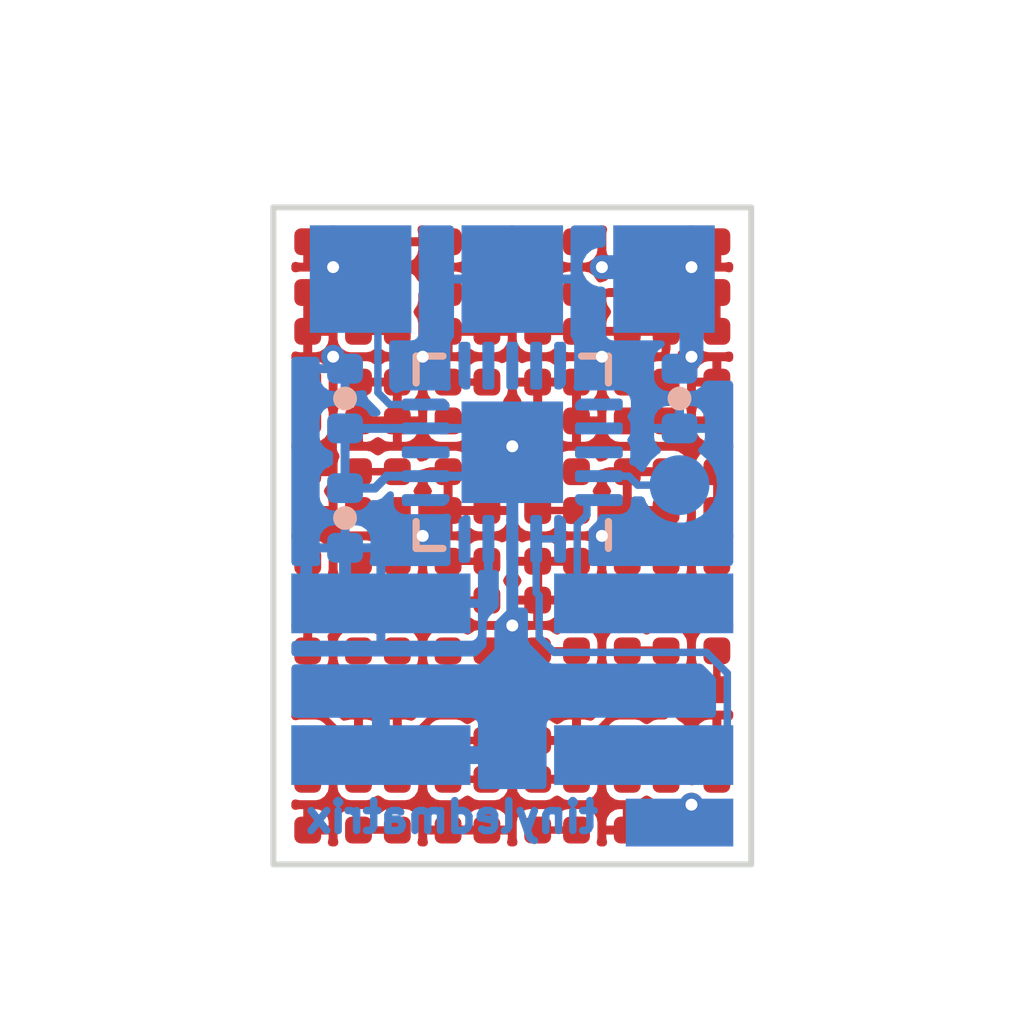
<source format=kicad_pcb>
(kicad_pcb (version 20240108) (generator "pcbnew") (generator_version "8.0")
  (title_block (comment 4 "AISLER Project ID: SUUNYUSC"))
  (layers (0 "F.Cu" signal) (31 "B.Cu" signal) (34 "B.Paste" user) (35 "F.Paste" user) (36 "B.SilkS" user "B.Silkscreen") (37 "F.SilkS" user "F.Silkscreen") (38 "B.Mask" user) (39 "F.Mask" user) (44 "Edge.Cuts" user))
  (net 0 "")
  (net 1 "Net-(D1-DOUT)")
  (net 2 "VCC")
  (net 3 "GND")
  (net 4 "Net-(D2-DOUT)")
  (net 5 "Net-(D3-DOUT)")
  (net 6 "Net-(D4-DOUT)")
  (net 7 "Net-(D5-DOUT)")
  (net 8 "Net-(D6-DOUT)")
  (net 9 "Net-(D7-DOUT)")
  (net 10 "Net-(D8-DOUT)")
  (net 11 "Net-(D10-DIN)")
  (net 12 "Net-(D11-DOUT)")
  (net 13 "Net-(D12-DOUT)")
  (net 14 "Net-(D13-DOUT)")
  (net 15 "Net-(D14-DOUT)")
  (net 16 "Net-(D15-DOUT)")
  (net 17 "Net-(D16-DOUT)")
  (net 18 "Net-(D17-DOUT)")
  (net 19 "Net-(D18-DOUT)")
  (net 20 "Net-(D19-DOUT)")
  (net 21 "Net-(D20-DOUT)")
  (net 22 "Net-(D21-DOUT)")
  (net 23 "Net-(D22-DOUT)")
  (net 24 "Net-(D23-DOUT)")
  (net 25 "Net-(D24-DOUT)")
  (net 26 "Net-(D25-DOUT)")
  (net 27 "Net-(D26-DOUT)")
  (net 28 "Net-(D27-DOUT)")
  (net 29 "Net-(D28-DOUT)")
  (net 30 "Net-(D29-DOUT)")
  (net 31 "Net-(D30-DOUT)")
  (net 32 "Net-(D31-DOUT)")
  (net 33 "Net-(D32-DOUT)")
  (net 34 "Net-(D33-DOUT)")
  (net 35 "Net-(D34-DOUT)")
  (net 36 "Net-(D10-DOUT)")
  (net 37 "/DIN")
  (net 38 "/DO")
  (net 50 "Net-(U6-~{RESET}{slash}PA0)")
  (net 51 "/SDA")
  (net 52 "/SCL")
  (footprint "ownLEDs:LED_XL-1010RGBC-WS2812B_wocleartop" (layer "F.Cu") (at 116.175 50 180)
    (property "Reference" "D5" (hide yes))
    (property "Value" "WS2812B")
  )
  (footprint "ownLEDs:LED_XL-1010RGBC-WS2812B_wocleartop" (layer "F.Cu") (at 110.175 51.5 90)
    (property "Reference" "D10" (hide yes))
    (property "Value" "WS2812B")
  )
  (footprint "ownLEDs:LED_XL-1010RGBC-WS2812B_wocleartop" (layer "F.Cu") (at 116.175 51.5 90)
    (property "Reference" "D6" (hide yes))
    (property "Value" "WS2812B")
  )
  (footprint "ownLEDs:LED_XL-1010RGBC-WS2812B_wocleartop" (layer "F.Cu") (at 111.675 53 -90)
    (property "Reference" "D12" (hide yes))
    (property "Value" "WS2812B")
  )
  (footprint "ownLEDs:LED_XL-1010RGBC-WS2812B_wocleartop" (layer "F.Cu") (at 111.675 50 -90)
    (property "Reference" "D2" (hide yes))
    (property "Value" "WS2812B")
  )
  (footprint "ownLEDs:LED_XL-1010RGBC-WS2812B_wocleartop" (layer "F.Cu") (at 114.675 51.5)
    (property "Reference" "D7" (hide yes))
    (property "Value" "WS2812B")
  )
  (footprint "ownLEDs:LED_XL-1010RGBC-WS2812B_wocleartop" (layer "F.Cu") (at 111.675 56 -90)
    (property "Reference" "D22" (hide yes))
    (property "Value" "WS2812B")
  )
  (footprint "ownLEDs:LED_XL-1010RGBC-WS2812B_wocleartop" (layer "F.Cu") (at 113.175 57.5 90)
    (property "Reference" "D28" (hide yes))
    (property "Value" "WS2812B")
  )
  (footprint "ownLEDs:LED_XL-1010RGBC-WS2812B_wocleartop" (layer "F.Cu") (at 116.175 53 180)
    (property "Reference" "D15" (hide yes))
    (property "Value" "WS2812B")
  )
  (footprint "ownLEDs:LED_XL-1010RGBC-WS2812B_wocleartop" (layer "F.Cu") (at 110.175 59 180)
    (property "Reference" "D31" (hide yes))
    (property "Value" "WS2812B")
  )
  (footprint "ownLEDs:LED_XL-1010RGBC-WS2812B_wocleartop" (layer "F.Cu") (at 116.175 57.5 90)
    (property "Reference" "D26" (hide yes))
    (property "Value" "WS2812B")
  )
  (footprint "ownLEDs:LED_XL-1010RGBC-WS2812B_wocleartop" (layer "F.Cu") (at 113.175 51.5 90)
    (property "Reference" "D8" (hide yes))
    (property "Value" "WS2812B")
  )
  (footprint "ownLEDs:LED_XL-1010RGBC-WS2812B_wocleartop" (layer "F.Cu") (at 113.175 54.5 90)
    (property "Reference" "D18" (hide yes))
    (property "Value" "WS2812B")
  )
  (footprint "ownLEDs:LED_XL-1010RGBC-WS2812B_wocleartop" (layer "F.Cu") (at 114.675 59 -90)
    (property "Reference" "D34" (hide yes))
    (property "Value" "WS2812B")
  )
  (footprint "ownLEDs:LED_XL-1010RGBC-WS2812B_wocleartop" (layer "F.Cu") (at 110.175 56 180)
    (property "Reference" "D21" (hide yes))
    (property "Value" "WS2812B")
  )
  (footprint "ownLEDs:LED_XL-1010RGBC-WS2812B_wocleartop" (layer "F.Cu") (at 116.175 56 180)
    (property "Reference" "D25" (hide yes))
    (property "Value" "WS2812B")
  )
  (footprint "ownLEDs:LED_XL-1010RGBC-WS2812B_wocleartop" (layer "F.Cu") (at 113.175 59 180)
    (property "Reference" "D33" (hide yes))
    (property "Value" "WS2812B")
  )
  (footprint "ownLEDs:LED_XL-1010RGBC-WS2812B_wocleartop" (layer "F.Cu") (at 110.175 53 180)
    (property "Reference" "D11" (hide yes))
    (property "Value" "WS2812B")
  )
  (footprint "ownLEDs:LED_XL-1010RGBC-WS2812B_wocleartop" (layer "F.Cu") (at 116.175 54.5 90)
    (property "Reference" "D16" (hide yes))
    (property "Value" "WS2812B")
  )
  (footprint "ownLEDs:LED_XL-1010RGBC-WS2812B_wocleartop" (layer "F.Cu") (at 113.175 50 180)
    (property "Reference" "D3" (hide yes))
    (property "Value" "WS2812B")
  )
  (footprint "ownLEDs:LED_XL-1010RGBC-WS2812B_wocleartop" (layer "F.Cu") (at 114.675 54.5)
    (property "Reference" "D17" (hide yes))
    (property "Value" "WS2812B")
  )
  (footprint "ownLEDs:LED_XL-1010RGBC-WS2812B_wocleartop" (layer "F.Cu") (at 111.675 54.5)
    (property "Reference" "D19" (hide yes))
    (property "Value" "WS2812B")
  )
  (footprint "ownLEDs:LED_XL-1010RGBC-WS2812B_wocleartop" (layer "F.Cu") (at 114.675 56 -90)
    (property "Reference" "D24" (hide yes))
    (property "Value" "WS2812B")
  )
  (footprint "ownLEDs:LED_XL-1010RGBC-WS2812B_wocleartop" (layer "F.Cu") (at 116.175 59 180)
    (property "Reference" "D35" (hide yes))
    (property "Value" "WS2812B")
  )
  (footprint "ownLEDs:LED_XL-1010RGBC-WS2812B_wocleartop" (layer "F.Cu") (at 114.675 57.5)
    (property "Reference" "D27" (hide yes))
    (property "Value" "WS2812B")
  )
  (footprint "ownLEDs:LED_XL-1010RGBC-WS2812B_wocleartop" (layer "F.Cu") (at 110.175 57.5 90)
    (property "Reference" "D30" (hide yes))
    (property "Value" "WS2812B")
  )
  (footprint "ownLEDs:LED_XL-1010RGBC-WS2812B_wocleartop" (layer "F.Cu") (at 110.175 50 180)
    (property "Reference" "D1" (hide yes))
    (property "Value" "WS2812B")
  )
  (footprint "ownLEDs:LED_XL-1010RGBC-WS2812B_wocleartop" (layer "F.Cu") (at 111.675 57.5)
    (property "Reference" "D29" (hide yes))
    (property "Value" "WS2812B")
  )
  (footprint "ownLEDs:LED_XL-1010RGBC-WS2812B_wocleartop" (layer "F.Cu") (at 110.175 54.5 90)
    (property "Reference" "D20" (hide yes))
    (property "Value" "WS2812B")
  )
  (footprint "ownLEDs:LED_XL-1010RGBC-WS2812B_wocleartop" (layer "F.Cu") (at 114.675 50 -90)
    (property "Reference" "D4" (hide yes))
    (property "Value" "WS2812B")
  )
  (footprint "ownLEDs:LED_XL-1010RGBC-WS2812B_wocleartop" (layer "F.Cu") (at 114.675 53 -90)
    (property "Reference" "D14" (hide yes))
    (property "Value" "WS2812B")
  )
  (footprint "ownLEDs:LED_XL-1010RGBC-WS2812B_wocleartop" (layer "F.Cu") (at 111.675 51.5)
    (property "Reference" "D9" (hide yes))
    (property "Value" "WS2812B")
  )
  (footprint "ownLEDs:LED_XL-1010RGBC-WS2812B_wocleartop" (layer "F.Cu") (at 113.175 53 180)
    (property "Reference" "D13" (hide yes))
    (property "Value" "WS2812B")
  )
  (footprint "ownLEDs:LED_XL-1010RGBC-WS2812B_wocleartop" (layer "F.Cu") (at 111.675 59 -90)
    (property "Reference" "D32" (hide yes))
    (property "Value" "WS2812B")
  )
  (footprint "ownLEDs:LED_XL-1010RGBC-WS2812B_wocleartop" (layer "F.Cu") (at 113.175 56 180)
    (property "Reference" "D23" (hide yes))
    (property "Value" "WS2812B")
  )
  (footprint "Connector_PinHeader_2.54mm:PinHeader_2x02_P2.54mm_Vertical_SMD" (layer "B.Cu") (at 113.175 56.9 180)
    (property "Reference" "J1" (hide yes))
    (property "Value" "Conn_02x02_Odd_Even")
  )
  (footprint "TestPoint:TestPoint_Pad_1.0x1.0mm" (layer "B.Cu") (at 115.975 59.3 180)
    (property "Reference" "TP2" (hide yes))
    (property "Value" "TestPoint")
  )
  (footprint "Connector_PinHeader_2.54mm:PinHeader_1x03_P2.54mm_Vertical" (layer "B.Cu") (at 113.175 50.2 -90)
    (property "Reference" "J2" (hide yes))
    (property "Value" "Conn_01x03")
  )
  (footprint "dipolMods:C_0402_min" (layer "B.Cu") (at 110.375 54.2 90)
    (property "Reference" "C3")
    (property "Value" "C")
  )
  (footprint "Package_DFN_QFN:VQFN-20-1EP_3x3mm_P0.4mm_EP1.7x1.7mm" (layer "B.Cu") (at 113.175 53.1 90)
    (property "Reference" "U6" (hide yes))
    (property "Value" "ATtiny816-M")
  )
  (footprint "dipolMods:C_0402_min" (layer "B.Cu") (at 110.375 52.2 -90)
    (property "Reference" "C1")
    (property "Value" "C")
  )
  (footprint "TestPoint:TestPoint_Pad_D1.0mm" (layer "B.Cu") (at 115.975 53.65 180)
    (property "Reference" "TP1" (hide yes))
    (property "Value" "TestPoint")
  )
  (footprint "dipolMods:C_0402_min" (layer "B.Cu") (at 115.975 52.2 90)
    (property "Reference" "C2")
    (property "Value" "C")
  )
  (gr_line (start 109.175 49) (end 117.175 49) (stroke (width 0.1)) (layer "Edge.Cuts"))
  (gr_line (start 109.175 60) (end 117.175 60) (stroke (width 0.1)) (layer "Edge.Cuts"))
  (gr_line (start 109.175 49) (end 109.175 60) (stroke (width 0.1)) (layer "Edge.Cuts"))
  (gr_line (start 117.175 60) (end 117.175 49) (stroke (width 0.1)) (layer "Edge.Cuts"))
  (gr_text "tinyledmatrix" (at 114.675 59.5 0) (layer "B.Cu") (effects (font (size 0.5 0.5) (thickness 0.125)) (justify left bottom mirror)))
  (segment (start 111.25 50.425) (end 110.6 50.425) (width 0.125) (layer "F.Cu") (net 1))
  (segment (start 115.75 57.075) (end 115.75 56.425) (width 0.125) (layer "F.Cu") (net 2))
  (segment (start 113.175 59) (end 114.675 59) (width 0.125) (layer "F.Cu") (net 2))
  (segment (start 114.675 57.700736) (end 114.675 59) (width 0.125) (layer "F.Cu") (net 2))
  (segment (start 111.675 59) (end 112.075 59) (width 0.125) (layer "F.Cu") (net 2))
  (segment (start 111.675 50.5) (end 111.75 50.425) (width 0.125) (layer "F.Cu") (net 2))
  (segment (start 112.75 57.075) (end 112.75 57.475) (width 0.125) (layer "F.Cu") (net 2))
  (segment (start 112.75 51.075) (end 112.1 51.075) (width 0.125) (layer "F.Cu") (net 2))
  (segment (start 115.075 51.5) (end 114.675 51.5) (width 0.125) (layer "F.Cu") (net 2))
  (segment (start 115.1 51.075) (end 115.1 51.475) (width 0.125) (layer "F.Cu") (net 2))
  (segment (start 111.675 51.5) (end 111.675 51.1) (width 0.125) (layer "F.Cu") (net 2))
  (segment (start 115.75 57.425) (end 115.675 57.5) (width 0.125) (layer "F.Cu") (net 2))
  (segment (start 112.75 53.425) (end 112.75 54.075) (width 0.125) (layer "F.Cu") (net 2))
  (segment (start 112.1 53.425) (end 112.1 54.075) (width 0.125) (layer "F.Cu") (net 2))
  (segment (start 113.15 54.075) (end 113.175 54.1) (width 0.125) (layer "F.Cu") (net 2))
  (segment (start 115.1 57.075) (end 115.1 57.475) (width 0.125) (layer "F.Cu") (net 2))
  (segment (start 112.75 51.475) (end 112.775 51.5) (width 0.125) (layer "F.Cu") (net 2))
  (segment (start 112.1 56.425) (end 112.1 57.075) (width 0.125) (layer "F.Cu") (net 2))
  (segment (start 109.75 51.075) (end 110.15 51.075) (width 0.125) (layer "F.Cu") (net 2))
  (segment (start 111.675 59) (end 110.275 59) (width 0.125) (layer "F.Cu") (net 2))
  (segment (start 112.075 51.5) (end 112.775 51.5) (width 0.125) (layer "F.Cu") (net 2))
  (segment (start 111.75 50.425) (end 112.1 50.425) (width 0.125) (layer "F.Cu") (net 2))
  (segment (start 112.1 51.075) (end 112.1 51.475) (width 0.125) (layer "F.Cu") (net 2))
  (segment (start 114.7 59.425) (end 115.1 59.425) (width 0.125) (layer "F.Cu") (net 2))
  (segment (start 110.1 50.425) (end 110.175 50.5) (width 0.125) (layer "F.Cu") (net 2))
  (segment (start 111.75 53.425) (end 112.1 53.425) (width 0.125) (layer "F.Cu") (net 2))
  (segment (start 115.1 57.475) (end 115.075 57.5) (width 0.125) (layer "F.Cu") (net 2))
  (segment (start 109.75 53.425) (end 109.75 54.075) (width 0.125) (layer "F.Cu") (net 2))
  (segment (start 114.675 54.5) (end 114.675 54.1) (width 0.125) (layer "F.Cu") (net 2))
  (segment (start 111.675 54.1) (end 111.7 54.075) (width 0.125) (layer "F.Cu") (net 2))
  (segment (start 110.175 54.5) (end 110.175 55.8) (width 0.125) (layer "F.Cu") (net 2))
  (segment (start 110.175 55.8) (end 109.975 56) (width 0.125) (layer "F.Cu") (net 2))
  (segment (start 109.75 57.475) (end 109.75 57.075) (width 0.125) (layer "F.Cu") (net 2))
  (segment (start 109.75 50.425) (end 110.1 50.425) (width 0.125) (layer "F.Cu") (net 2))
  (segment (start 115.1 54.075) (end 114.7 54.075) (width 0.125) (layer "F.Cu") (net 2))
  (segment (start 114.675 54.5) (end 113.175 54.5) (width 0.125) (layer "F.Cu") (net 2))
  (segment (start 113.175 51.1) (end 113.175 50.5) (width 0.125) (layer "F.Cu") (net 2))
  (segment (start 115.075 59) (end 115.575 59) (width 0.125) (layer "F.Cu") (net 2))
  (segment (start 111.675 54.5) (end 111.675 54.1) (width 0.125) (layer "F.Cu") (net 2))
  (segment (start 114.675 51.1) (end 114.675 50.5) (width 0.125) (layer "F.Cu") (net 2))
  (segment (start 115.75 54.075) (end 115.75 54.425) (width 0.125) (layer "F.Cu") (net 2))
  (segment (start 115.675 57.5) (end 115.075 57.5) (width 0.125) (layer "F.Cu") (net 2))
  (segment (start 112.1 54.475) (end 112.075 54.5) (width 0.125) (layer "F.Cu") (net 2))
  (segment (start 112.075 59) (end 112.775 59) (width 0.125) (layer "F.Cu") (net 2))
  (segment (start 110.175 53) (end 109.775 53) (width 0.125) (layer "F.Cu") (net 2))
  (segment (start 115.75 59.425) (end 115.75 59.025) (width 0.125) (layer "F.Cu") (net 2))
  (segment (start 110.175 54.1) (end 110.175 54.5) (width 0.125) (layer "F.Cu") (net 2))
  (segment (start 110.175 51.5) (end 110.275 51.5) (width 0.125) (layer "F.Cu") (net 2))
  (segment (start 115.1 59.425) (end 115.75 59.425) (width 0.125) (layer "F.Cu") (net 2))
  (segment (start 114.725368 57.650368) (end 114.675 57.700736) (width 0.125) (layer "F.Cu") (net 2))
  (segment (start 109.975 56) (end 109.775 56) (width 0.125) (layer "F.Cu") (net 2))
  (segment (start 109.75 54.475) (end 109.75 54.075) (width 0.125) (layer "F.Cu") (net 2))
  (segment (start 109.75 54.075) (end 110.15 54.075) (width 0.125) (layer "F.Cu") (net 2))
  (segment (start 112.1 50.425) (end 112.1 51.075) (width 0.125) (layer "F.Cu") (net 2))
  (segment (start 112.1 53.425) (end 112.75 53.425) (width 0.125) (layer "F.Cu") (net 2))
  (segment (start 110.175 53) (end 110.175 53.4) (width 0.125) (layer "F.Cu") (net 2))
  (segment (start 110.275 59) (end 109.775 59) (width 0.125) (layer "F.Cu") (net 2))
  (segment (start 110.275 51.5) (end 111.675 51.5) (width 0.125) (layer "F.Cu") (net 2))
  (segment (start 110.175 53.4) (end 110.175 54.1) (width 0.125) (layer "F.Cu") (net 2))
  (segment (start 113.175 54.5) (end 112.775 54.5) (width 0.125) (layer "F.Cu") (net 2))
  (segment (start 115.1 50.425) (end 115.1 51.075) (width 0.125) (layer "F.Cu") (net 2))
  (segment (start 111.675 57.7) (end 111.675 59) (width 0.125) (layer "F.Cu") (net 2))
  (segment (start 114.675 53.5) (end 114.75 53.425) (width 0.125) (layer "F.Cu") (net 2))
  (segment (start 112.1 51.475) (end 112.075 51.5) (width 0.125) (layer "F.Cu") (net 2))
  (segment (start 110.175 54.5) (end 109.775 54.5) (width 0.125) (layer "F.Cu") (net 2))
  (segment (start 115.675 51.5) (end 115.075 51.5) (width 0.125) (layer "F.Cu") (net 2))
  (segment (start 110.175 59) (end 110.175 57.700736) (width 0.125) (layer "F.Cu") (net 2))
  (segment (start 109.75 59.025) (end 109.75 59.425) (width 0.125) (layer "F.Cu") (net 2))
  (segment (start 112.75 51.075) (end 113.15 51.075) (width 0.125) (layer "F.Cu") (net 2))
  (segment (start 114.675 59) (end 115.075 59) (width 0.125) (layer "F.Cu") (net 2))
  (segment (start 110.15 54.075) (end 110.175 54.1) (width 0.125) (layer "F.Cu") (net 2))
  (segment (start 115.1 51.075) (end 114.7 51.075) (width 0.125) (layer "F.Cu") (net 2))
  (segment (start 113.175 59.4) (end 113.15 59.425) (width 0.125) (layer "F.Cu") (net 2))
  (segment (start 112.1 54.075) (end 112.1 54.475) (width 0.125) (layer "F.Cu") (net 2))
  (segment (start 111.7 54.075) (end 112.1 54.075) (width 0.125) (layer "F.Cu") (net 2))
  (segment (start 109.775 51.5) (end 109.75 51.475) (width 0.125) (layer "F.Cu") (net 2))
  (segment (start 114.675 54.1) (end 114.675 53.5) (width 0.125) (layer "F.Cu") (net 2))
  (segment (start 115.1 53.425) (end 115.75 53.425) (width 0.125) (layer "F.Cu") (net 2))
  (segment (start 114.675 59) (end 114.675 59.4) (width 0.125) (layer "F.Cu") (net 2))
  (segment (start 112.75 57.075) (end 112.1 57.075) (width 0.125) (layer "F.Cu") (net 2))
  (segment (start 112.1 54.075) (end 112.75 54.075) (width 0.125) (layer "F.Cu") (net 2))
  (segment (start 114.875 57.5) (end 114.775 57.6) (width 0.125) (layer "F.Cu") (net 2))
  (segment (start 111.675 54.1) (end 111.675 53.5) (width 0.125) (layer "F.Cu") (net 2))
  (segment (start 113.1 53.425) (end 112.75 53.425) (width 0.125) (layer "F.Cu") (net 2))
  (segment (start 113.175 53.5) (end 113.1 53.425) (width 0.125) (layer "F.Cu") (net 2))
  (segment (start 109.75 59.425) (end 110.15 59.425) (width 0.125) (layer "F.Cu") (net 2))
  (segment (start 115.75 51.075) (end 115.1 51.075) (width 0.125) (layer "F.Cu") (net 2))
  (segment (start 114.775 57.600736) (end 114.725368 57.650368) (width 0.125) (layer "F.Cu") (net 2))
  (segment (start 111.675 53.5) (end 111.75 53.425) (width 0.125) (layer "F.Cu") (net 2))
  (segment (start 112.75 59.425) (end 112.1 59.425) (width 0.125) (layer "F.Cu") (net 2))
  (segment (start 111.675 59) (end 111.675 59.4) (width 0.125) (layer "F.Cu") (net 2))
  (segment (start 109.75 57.075) (end 109.75 56.425) (width 0.125) (layer "F.Cu") (net 2))
  (segment (start 111.7 51.075) (end 111.675 51.1) (width 0.125) (layer "F.Cu") (net 2))
  (segment (start 110.15 59.425) (end 110.175 59.4) (width 0.125) (layer "F.Cu") (net 2))
  (segment (start 109.75 51.075) (end 109.75 50.425) (width 0.125) (layer "F.Cu") (net 2))
  (segment (start 112.75 59.025) (end 112.775 59) (width 0.125) (layer "F.Cu") (net 2))
  (segment (start 115.1 54.075) (end 115.75 54.075) (width 0.125) (layer "F.Cu") (net 2))
  (segment (start 115.1 54.475) (end 115.075 54.5) (width 0.125) (layer "F.Cu") (net 2))
  (segment (start 114.75 53.425) (end 115.1 53.425) (width 0.125) (layer "F.Cu") (net 2))
  (segment (start 114.725368 57.650368) (end 114.725 57.650736) (width 0.125) (layer "F.Cu") (net 2))
  (segment (start 114.675 51.5) (end 114.675 51.1) (width 0.125) (layer "F.Cu") (net 2))
  (segment (start 111.875 57.5) (end 112.075 57.5) (width 0.125) (layer "F.Cu") (net 2))
  (segment (start 113.15 51.075) (end 113.175 51.1) (width 0.125) (layer "F.Cu") (net 2))
  (segment (start 112.1 59.025) (end 112.075 59) (width 0.125) (layer "F.Cu") (net 2))
  (segment (start 114.675 50.5) (end 114.75 50.425) (width 0.125) (layer "F.Cu") (net 2))
  (segment (start 110.275 51.5) (end 109.775 51.5) (width 0.125) (layer "F.Cu") (net 2))
  (segment (start 112.75 56.425) (end 112.75 57.075) (width 0.125) (layer "F.Cu") (net 2))
  (segment (start 111.675 59.4) (end 111.7 59.425) (width 0.125) (layer "F.Cu") (net 2))
  (segment (start 115.1 57.075) (end 115.75 57.075) (width 0.125) (layer "F.Cu") (net 2))
  (segment (start 111.875 57.5) (end 111.675 57.7) (width 0.125) (layer "F.Cu") (net 2))
  (segment (start 109.75 56.025) (end 109.75 56.425) (width 0.125) (layer "F.Cu") (net 2))
  (segment (start 112.1 59.425) (end 112.1 59.025) (width 0.125) (layer "F.Cu") (net 2))
  (segment (start 115.075 54.5) (end 114.675 54.5) (width 0.125) (layer "F.Cu") (net 2))
  (segment (start 109.775 53) (end 109.75 53.025) (width 0.125) (layer "F.Cu") (net 2))
  (segment (start 112.075 54.5) (end 111.675 54.5) (width 0.125) (layer "F.Cu") (net 2))
  (segment (start 114.775 57.6) (end 114.775 57.600736) (width 0.125) (layer "F.Cu") (net 2))
  (segment (start 110.275 59) (end 110.175 59) (width 0.125) (layer "F.Cu") (net 2))
  (segment (start 115.75 51.425) (end 115.675 51.5) (width 0.125) (layer "F.Cu") (net 2))
  (segment (start 109.974264 57.5) (end 109.775 57.5) (width 0.125) (layer "F.Cu") (net 2))
  (segment (start 114.75 50.425) (end 115.1 50.425) (width 0.125) (layer "F.Cu") (net 2))
  (segment (start 115.675 54.5) (end 115.075 54.5) (width 0.125) (layer "F.Cu") (net 2))
  (segment (start 113.175 54.5) (end 113.175 54.1) (width 0.125) (layer "F.Cu") (net 2))
  (segment (start 112.75 50.425) (end 112.1 50.425) (width 0.125) (layer "F.Cu") (net 2))
  (segment (start 114.7 51.075) (end 114.675 51.1) (width 0.125) (layer "F.Cu") (net 2))
  (segment (start 109.775 59) (end 109.75 59.025) (width 0.125) (layer "F.Cu") (net 2))
  (segment (start 109.775 54.5) (end 109.75 54.475) (width 0.125) (layer "F.Cu") (net 2))
  (segment (start 112.1 57.475) (end 112.075 57.5) (width 0.125) (layer "F.Cu") (net 2))
  (segment (start 110.175 59) (end 110.175 59.4) (width 0.125) (layer "F.Cu") (net 2))
  (segment (start 112.75 54.075) (end 113.15 54.075) (width 0.125) (layer "F.Cu") (net 2))
  (segment (start 114.675 59.4) (end 114.7 59.425) (width 0.125) (layer "F.Cu") (net 2))
  (segment (start 112.775 59) (end 113.175 59) (width 0.125) (layer "F.Cu") (net 2))
  (segment (start 113.022182 57.5) (end 113.048591 57.526409) (width 0.125) (layer "F.Cu") (net 2))
  (segment (start 113.175 59) (end 113.175 59.4) (width 0.125) (layer "F.Cu") (net 2))
  (segment (start 115.1 56.425) (end 115.1 57.075) (width 0.125) (layer "F.Cu") (net 2))
  (segment (start 112.75 59.425) (end 112.75 59.025) (width 0.125) (layer "F.Cu") (net 2))
  (segment (start 109.75 53.025) (end 109.75 53.425) (width 0.125) (layer "F.Cu") (net 2))
  (segment (start 112.1 57.075) (end 112.1 57.475) (width 0.125) (layer "F.Cu") (net 2))
  (segment (start 110.15 51.075) (end 110.175 51.1) (width 0.125) (layer "F.Cu") (net 2))
  (segment (start 112.075 57.5) (end 112.775 57.5) (width 0.125) (layer "F.Cu") (net 2))
  (segment (start 110.175 51.1) (end 110.175 50.5) (width 0.125) (layer "F.Cu") (net 2))
  (segment (start 112.75 50.425) (end 112.75 51.075) (width 0.125) (layer "F.Cu") (net 2))
  (segment (start 113.175 50.5) (end 113.1 50.425) (width 0.125) (layer "F.Cu") (net 2))
  (segment (start 113.175 51.5) (end 112.775 51.5) (width 0.125) (layer "F.Cu") (net 2))
  (segment (start 115.575 59) (end 115.675 59) (width 0.125) (layer "F.Cu") (net 2))
  (segment (start 111.675 51.1) (end 111.675 50.5) (width 0.125) (layer "F.Cu") (net 2))
  (segment (start 115.75 56.425) (end 115.1 56.425) (width 0.125) (layer "F.Cu") (net 2))
  (segment (start 112.775 54.5) (end 112.075 54.5) (width 0.125) (layer "F.Cu") (net 2))
  (segment (start 115.1 51.475) (end 115.075 51.5) (width 0.125) (layer "F.Cu") (net 2))
  (segment (start 113.1 50.425) (end 112.75 50.425) (width 0.125) (layer "F.Cu") (net 2))
  (segment (start 114.875 57.5) (end 115.075 57.5) (width 0.125) (layer "F.Cu") (net 2))
  (segment (start 115.1 59.025) (end 115.075 59) (width 0.125) (layer "F.Cu") (net 2))
  (segment (start 110.175 51.5) (end 110.175 53) (width 0.125) (layer "F.Cu") (net 2))
  (segment (start 109.775 57.5) (end 109.75 57.475) (width 0.125) (layer "F.Cu") (net 2))
  (segment (start 113.175 57.652818) (end 113.048591 57.526409) (width 0.125) (layer "F.Cu") (net 2))
  (segment (start 115.1 59.425) (end 115.1 59.025) (width 0.125) (layer "F.Cu") (net 2))
  (segment (start 114.7 54.075) (end 114.675 54.1) (width 0.125) (layer "F.Cu") (net 2))
  (segment (start 115.75 59.075) (end 115.75 59.425) (width 0.125) (layer "F.Cu") (net 2))
  (segment (start 111.675 51.5) (end 112.075 51.5) (width 0.125) (layer "F.Cu") (net 2))
  (segment (start 112.1 56.425) (end 112.75 56.425) (width 0.125) (layer "F.Cu") (net 2))
  (segment (start 113.175 54.1) (end 113.175 53.5) (width 0.125) (layer "F.Cu") (net 2))
  (segment (start 115.1 54.075) (end 115.1 54.475) (width 0.125) (layer "F.Cu") (net 2))
  (segment (start 115.75 50.425) (end 115.1 50.425) (width 0.125) (layer "F.Cu") (net 2))
  (segment (start 110.175 51.5) (end 110.175 51.1) (width 0.125) (layer "F.Cu") (net 2))
  (segment (start 109.75 53.425) (end 110.15 53.425) (width 0.125) (layer "F.Cu") (net 2))
  (segment (start 112.75 54.475) (end 112.775 54.5) (width 0.125) (layer "F.Cu") (net 2))
  (segment (start 115.75 57.075) (end 115.75 57.425) (width 0.125) (layer "F.Cu") (net 2))
  (segment (start 111.675 54.5) (end 110.175 54.5) (width 0.125) (layer "F.Cu") (net 2))
  (segment (start 109.75 51.475) (end 109.75 51.075) (width 0.125) (layer "F.Cu") (net 2))
  (segment (start 115.75 54.425) (end 115.675 54.5) (width 0.125) (layer "F.Cu") (net 2))
  (segment (start 115.75 53.425) (end 115.75 54.075) (width 0.125) (layer "F.Cu") (net 2))
  (segment (start 115.75 51.075) (end 115.75 51.425) (width 0.125) (layer "F.Cu") (net 2))
  (segment (start 110.175 57.700736) (end 109.974264 57.5) (width 0.125) (layer "F.Cu") (net 2))
  (segment (start 110.15 53.425) (end 110.175 53.4) (width 0.125) (layer "F.Cu") (net 2))
  (segment (start 112.775 57.5) (end 113.022182 57.5) (width 0.125) (layer "F.Cu") (net 2))
  (segment (start 112.75 54.075) (end 112.75 54.475) (width 0.125) (layer "F.Cu") (net 2))
  (segment (start 115.1 53.425) (end 115.1 54.075) (width 0.125) (layer "F.Cu") (net 2))
  (segment (start 112.75 51.075) (end 112.75 51.475) (width 0.125) (layer "F.Cu") (net 2))
  (segment (start 113.15 59.425) (end 112.75 59.425) (width 0.125) (layer "F.Cu") (net 2))
  (segment (start 113.175 51.5) (end 113.175 51.1) (width 0.125) (layer "F.Cu") (net 2))
  (segment (start 115.75 50.425) (end 115.75 51.075) (width 0.125) (layer "F.Cu") (net 2))
  (segment (start 114.675 51.5) (end 113.175 51.5) (width 0.125) (layer "F.Cu") (net 2))
  (segment (start 112.1 51.075) (end 111.7 51.075) (width 0.125) (layer "F.Cu") (net 2))
  (segment (start 109.775 56) (end 109.75 56.025) (width 0.125) (layer "F.Cu") (net 2))
  (segment (start 111.7 59.425) (end 112.1 59.425) (width 0.125) (layer "F.Cu") (net 2))
  (segment (start 112.75 57.475) (end 112.775 57.5) (width 0.125) (layer "F.Cu") (net 2))
  (segment (start 113.175 59) (end 113.175 57.652818) (width 0.125) (layer "F.Cu") (net 2))
  (segment (start 112.875 57.2) (end 112.75 57.075) (width 0.125) (layer "F.Cu") (net 2))
  (via (at 111.675 51.5) (size 0.4) (drill 0.2) (layers "F.Cu" "B.Cu") (net 2))
  (via (at 114.675 51.5) (size 0.4) (drill 0.2) (layers "F.Cu" "B.Cu") (net 2))
  (via (at 110.175 51.5) (size 0.4) (drill 0.2) (layers "F.Cu" "B.Cu") (net 2))
  (via (at 111.675 54.5) (size 0.4) (drill 0.2) (layers "F.Cu" "B.Cu") (net 2))
  (via (at 114.675 54.5) (size 0.4) (drill 0.2) (layers "F.Cu" "B.Cu") (net 2))
  (segment (start 109.725 54.8) (end 109.725 55.3) (width 0.2) (layer "B.Cu") (net 2))
  (segment (start 110.375 54.7) (end 110.375 55.2) (width 0.2) (layer "B.Cu") (net 2))
  (segment (start 115.975 52.7) (end 115.875 52.7) (width 0.125) (layer "B.Cu") (net 2))
  (segment (start 116.575 56) (end 116.6 55.975) (width 0.125) (layer "F.Cu") (net 3))
  (segment (start 114.25 57.925) (end 114.25 57.525) (width 0.125) (layer "F.Cu") (net 3))
  (segment (start 111.675 55) (end 111.6 54.925) (width 0.125) (layer "F.Cu") (net 3))
  (segment (start 111.25 51.925) (end 111.25 52.575) (width 0.125) (layer "F.Cu") (net 3))
  (segment (start 113.25 54.925) (end 113.175 55) (width 0.125) (layer "F.Cu") (net 3))
  (segment (start 110.6 49.925) (end 110.6 49.575) (width 0.125) (layer "F.Cu") (net 3))
  (segment (start 111.25 58.575) (end 110.6 58.575) (width 0.125) (layer "F.Cu") (net 3))
  (segment (start 110.875 56) (end 110.675 56) (width 0.125) (layer "F.Cu") (net 3))
  (segment (start 113.575 50) (end 114.275 50) (width 0.125) (layer "F.Cu") (net 3))
  (segment (start 113.6 52.575) (end 113.6 52.975) (width 0.125) (layer "F.Cu") (net 3))
  (segment (start 116.175 51.5) (end 116.575 51.5) (width 0.125) (layer "F.Cu") (net 3))
  (segment (start 111.675 56) (end 111.275 56) (width 0.125) (layer "F.Cu") (net 3))
  (segment (start 111.675 50) (end 111.475 50) (width 0.125) (layer "F.Cu") (net 3))
  (segment (start 114.25 49.575) (end 114.25 49.975) (width 0.125) (layer "F.Cu") (net 3))
  (segment (start 113.575 53) (end 113.175 53) (width 0.125) (layer "F.Cu") (net 3))
  (segment (start 110.6 58.575) (end 110.6 57.925) (width 0.125) (layer "F.Cu") (net 3))
  (segment (start 114.6 54.925) (end 114.675 55) (width 0.125) (layer "F.Cu") (net 3))
  (segment (start 116.2 52.575) (end 116.175 52.6) (width 0.125) (layer "F.Cu") (net 3))
  (segment (start 111.675 49.6) (end 111.65 49.575) (width 0.125) (layer "F.Cu") (net 3))
  (segment (start 113.6 49.975) (end 113.575 50) (width 0.125) (layer "F.Cu") (net 3))
  (segment (start 116.175 50) (end 116.175 51.5) (width 0.125) (layer "F.Cu") (net 3))
  (segment (start 116.6 55.975) (end 116.6 55.575) (width 0.125) (layer "F.Cu") (net 3))
  (segment (start 116.175 51.9) (end 116.175 52.6) (width 0.125) (layer "F.Cu") (net 3))
  (segment (start 113.6 49.575) (end 114.25 49.575) (width 0.125) (layer "F.Cu") (net 3))
  (segment (start 114.275 53) (end 114.675 53) (width 0.125) (layer "F.Cu") (net 3))
  (segment (start 111.25 54.925) (end 110.6 54.925) (width 0.125) (layer "F.Cu") (net 3))
  (segment (start 111.675 50) (end 111.675 49.6) (width 0.125) (layer "F.Cu") (net 3))
  (segment (start 116.575 53) (end 116.6 52.975) (width 0.125) (layer "F.Cu") (net 3))
  (segment (start 111.25 55.575) (end 111.65 55.575) (width 0.125) (layer "F.Cu") (net 3))
  (segment (start 113.175 55) (end 113.175 55.6) (width 0.125) (layer "F.Cu") (net 3))
  (segment (start 116.6 51.525) (end 116.6 51.925) (width 0.125) (layer "F.Cu") (net 3))
  (segment (start 116.175 51.5) (end 116.175 51.9) (width 0.125) (layer "F.Cu") (net 3))
  (segment (start 111.375 53) (end 111.275 53) (width 0.125) (layer "F.Cu") (net 3))
  (segment (start 114.675 52.6) (end 114.675 52) (width 0.125) (layer "F.Cu") (net 3))
  (segment (start 111.375 53) (end 110.675 53) (width 0.125) (layer "F.Cu") (net 3))
  (segment (start 113.575 57.5) (end 114.275 57.5) (width 0.125) (layer "F.Cu") (net 3))
  (segment (start 111.675 56) (end 111.675 56.1) (width 0.125) (layer "F.Cu") (net 3))
  (segment (start 110.875 56) (end 110.375 56) (width 0.125) (layer "F.Cu") (net 3))
  (segment (start 113.6 57.525) (end 113.575 57.5) (width 0.125) (layer "F.Cu") (net 3))
  (segment (start 111.25 49.975) (end 111.25 49.575) (width 0.125) (layer "F.Cu") (net 3))
  (segment (start 111.25 57.925) (end 110.6 57.925) (width 0.125) (layer "F.Cu") (net 3))
  (segment (start 114.275 50) (end 114.675 50) (width 0.125) (layer "F.Cu") (net 3))
  (segment (start 114.675 53) (end 116.175 53) (width 0.125) (layer "F.Cu") (net 3))
  (segment (start 113.6 57.925) (end 113.6 58.575) (width 0.125) (layer "F.Cu") (net 3))
  (segment (start 113.375736 57.5) (end 113.575 57.5) (width 0.125) (layer "F.Cu") (net 3))
  (segment (start 114.25 51.925) (end 113.6 51.925) (width 0.125) (layer "F.Cu") (net 3))
  (segment (start 116.575 54.5) (end 116.6 54.525) (width 0.125) (layer "F.Cu") (net 3))
  (segment (start 110.6 56) (end 110.6 55.575) (width 0.125) (layer "F.Cu") (net 3))
  (segment (start 113.25 51.925) (end 113.6 51.925) (width 0.125) (layer "F.Cu") (net 3))
  (segment (start 111.475 50) (end 110.675 50) (width 0.125) (layer "F.Cu") (net 3))
  (segment (start 111.25 52.575) (end 111.65 52.575) (width 0.125) (layer "F.Cu") (net 3))
  (segment (start 116.6 57.925) (end 116.475 57.8) (width 0.125) (layer "F.Cu") (net 3))
  (segment (start 116.6 57.925) (end 116.6 58.575) (width 0.125) (layer "F.Cu") (net 3))
  (segment (start 116.575 50) (end 116.6 49.975) (width 0.125) (layer "F.Cu") (net 3))
  (segment (start 111.675 53) (end 111.375 53) (width 0.125) (layer "F.Cu") (net 3))
  (segment (start 116.6 55.575) (end 116.2 55.575) (width 0.125) (layer "F.Cu") (net 3))
  (segment (start 111.65 49.575) (end 111.25 49.575) (width 0.125) (layer "F.Cu") (net 3))
  (segment (start 111.25 57.925) (end 111.25 58.575) (width 0.125) (layer "F.Cu") (net 3))
  (segment (start 113.175 53) (end 111.675 53) (width 0.125) (layer "F.Cu") (net 3))
  (segment (start 116.175 54.9) (end 116.175 55.6) (width 0.125) (layer "F.Cu") (net 3))
  (segment (start 114.25 55.575) (end 114.65 55.575) (width 0.125) (layer "F.Cu") (net 3))
  (segment (start 114.25 49.575) (end 114.65 49.575) (width 0.125) (layer "F.Cu") (net 3))
  (segment (start 113.2 55.575) (end 113.175 55.6) (width 0.125) (layer "F.Cu") (net 3))
  (segment (start 114.25 57.925) (end 113.6 57.925) (width 0.125) (layer "F.Cu") (net 3))
  (segment (start 111.375 57.8) (end 111.25 57.925) (width 0.125) (layer "F.Cu") (net 3))
  (segment (start 110.175 57.347182) (end 110.327818 57.5) (width 0.125) (layer "F.Cu") (net 3))
  (segment (start 116.175 50) (end 116.175 49.6) (width 0.125) (layer "F.Cu") (net 3))
  (segment (start 116.575 51.5) (end 116.6 51.525) (width 0.125) (layer "F.Cu") (net 3))
  (segment (start 114.65 55.575) (end 114.675 55.6) (width 0.125) (layer "F.Cu") (net 3))
  (segment (start 113.2 49.575) (end 113.6 49.575) (width 0.125) (layer "F.Cu") (net 3))
  (segment (start 110.6 52.575) (end 111.25 52.575) (width 0.125) (layer "F.Cu") (net 3))
  (segment (start 114.25 54.925) (end 114.6 54.925) (width 0.125) (layer "F.Cu") (net 3))
  (segment (start 116.175 57.3) (end 116.175 55.6) (width 0.125) (layer "F.Cu") (net 3))
  (segment (start 111.65 55.575) (end 111.675 55.6) (width 0.125) (layer "F.Cu") (net 3))
  (segment (start 113.475368 57.800368) (end 113.6 57.925) (width 0.125) (layer "F.Cu") (net 3))
  (segment (start 113.175 52) (end 113.25 51.925) (width 0.125) (layer "F.Cu") (net 3))
  (segment (start 113.6 49.575) (end 113.6 49.975) (width 0.125) (layer "F.Cu") (net 3))
  (segment (start 116.175 52.6) (end 116.175 54.5) (width 0.125) (layer "F.Cu") (net 3))
  (segment (start 114.675 55) (end 114.675 55.6) (width 0.125) (layer "F.Cu") (net 3))
  (segment (start 111.675 53) (end 111.675 52.6) (width 0.125) (layer "F.Cu") (net 3))
  (segment (start 113.6 52.575) (end 114.25 52.575) (width 0.125) (layer "F.Cu") (net 3))
  (segment (start 113.175 53) (end 113.175 52.6) (width 0.125) (layer "F.Cu") (net 3))
  (segment (start 116.175 54.5) (end 116.175 54.9) (width 0.125) (layer "F.Cu") (net 3))
  (segment (start 111.675 56.1) (end 111.675 55.6) (width 0.125) (layer "F.Cu") (net 3))
  (segment (start 110.6 57.525) (end 110.575 57.5) (width 0.125) (layer "F.Cu") (net 3))
  (segment (start 116.6 49.975) (end 116.6 49.575) (width 0.125) (layer "F.Cu") (net 3))
  (segment (start 110.375 56) (end 110.175 56.2) (width 0.125) (layer "F.Cu") (net 3))
  (segment (start 114.25 54.925) (end 113.6 54.925) (width 0.125) (layer "F.Cu") (net 3))
  (segment (start 111.25 52.975) (end 111.25 52.575) (width 0.125) (layer "F.Cu") (net 3))
  (segment (start 116.6 51.925) (end 116.6 52.575) (width 0.125) (layer "F.Cu") (net 3))
  (segment (start 116.2 51.925) (end 116.175 51.9) (width 0.125) (layer "F.Cu") (net 3))
  (segment (start 113.175 49.6) (end 113.2 49.575) (width 0.125) (layer "F.Cu") (net 3))
  (segment (start 116.375 57.5) (end 116.175 57.3) (width 0.125) (layer "F.Cu") (net 3))
  (segment (start 111.275 50) (end 111.25 49.975) (width 0.125) (layer "F.Cu") (net 3))
  (segment (start 113.6 54.925) (end 113.6 55.575) (width 0.125) (layer "F.Cu") (net 3))
  (segment (start 114.25 55.575) (end 113.6 55.575) (width 0.125) (layer "F.Cu") (net 3))
  (segment (start 111.25 57.925) (end 111.25 57.525) (width 0.125) (layer "F.Cu") (net 3))
  (segment (start 110.6 52.925) (end 110.6 52.575) (width 0.125) (layer "F.Cu") (net 3))
  (segment (start 111.675 57.3) (end 111.475 57.5) (width 0.125) (layer "F.Cu") (net 3))
  (segment (start 114.675 56) (end 116.575 56) (width 0.125) (layer "F.Cu") (net 3))
  (segment (start 113.575 56) (end 113.175 56) (width 0.125) (layer "F.Cu") (net 3))
  (segment (start 110.6 51.925) (end 111.25 51.925) (width 0.125) (layer "F.Cu") (net 3))
  (segment (start 110.327818 57.5) (end 110.575 57.5) (width 0.125) (layer "F.Cu") (net 3))
  (segment (start 111.475 50) (end 111.275 50) (width 0.125) (layer "F.Cu") (net 3))
  (segment (start 113.375368 57.499632) (end 113.175 57.299264) (width 0.125) (layer "F.Cu") (net 3))
  (segment (start 113.6 54.925) (end 113.25 54.925) (width 0.125) (layer "F.Cu") (net 3))
  (segment (start 114.675 53) (end 114.675 52.6) (width 0.125) (layer "F.Cu") (net 3))
  (segment (start 114.675 56) (end 114.675 57.3) (width 0.125) (layer "F.Cu") (net 3))
  (segment (start 111.6 54.925) (end 111.25 54.925) (width 0.125) (layer "F.Cu") (net 3))
  (segment (start 113.175 52.6) (end 113.2 52.575) (width 0.125) (layer "F.Cu") (net 3))
  (segment (start 113.6 51.925) (end 113.6 52.575) (width 0.125) (layer "F.Cu") (net 3))
  (segment (start 116.2 55.575) (end 116.175 55.6) (width 0.125) (layer "F.Cu") (net 3))
  (segment (start 111.275 53) (end 111.25 52.975) (width 0.125) (layer "F.Cu") (net 3))
  (segment (start 111.675 55.6) (end 111.675 55) (width 0.125) (layer "F.Cu") (net 3))
  (segment (start 114.675 50) (end 116.175 50) (width 0.125) (layer "F.Cu") (net 3))
  (segment (start 114.675 57.3) (end 114.475 57.5) (width 0.125) (layer "F.Cu") (net 3))
  (segment (start 111.25 57.525) (end 111.275 57.5) (width 0.125) (layer "F.Cu") (net 3))
  (segment (start 113.175 57.299264) (end 113.175 56) (width 0.125) (layer "F.Cu") (net 3))
  (segment (start 114.25 54.925) (end 114.25 55.575) (width 0.125) (layer "F.Cu") (net 3))
  (segment (start 111.25 55.975) (end 111.25 55.575) (width 0.125) (layer "F.Cu") (net 3))
  (segment (start 111.675 56.1) (end 111.675 57.3) (width 0.125) (layer "F.Cu") (net 3))
  (segment (start 113.6 57.925) (end 113.6 57.525) (width 0.125) (layer "F.Cu") (net 3))
  (segment (start 110.6 57.925) (end 110.6 57.525) (width 0.125) (layer "F.Cu") (net 3))
  (segment (start 116.375 57.5) (end 116.575 57.5) (width 0.125) (layer "F.Cu") (net 3))
  (segment (start 114.25 57.525) (end 114.275 57.5) (width 0.125) (layer "F.Cu") (net 3))
  (segment (start 116.175 53) (end 116.575 53) (width 0.125) (layer "F.Cu") (net 3))
  (segment (start 113.175 50) (end 113.175 49.6) (width 0.125) (layer "F.Cu") (net 3))
  (segment (start 111.25 55.575) (end 110.6 55.575) (width 0.125) (layer "F.Cu") (net 3))
  (segment (start 110.175 56.2) (end 110.175 57.347182) (width 0.125) (layer "F.Cu") (net 3))
  (segment (start 110.675 53) (end 110.6 52.925) (width 0.125) (layer "F.Cu") (net 3))
  (segment (start 114.25 52.575) (end 114.65 52.575) (width 0.125) (layer "F.Cu") (net 3))
  (segment (start 113.6 55.575) (end 113.2 55.575) (width 0.125) (layer "F.Cu") (net 3))
  (segment (start 114.675 52) (end 114.6 51.925) (width 0.125) (layer "F.Cu") (net 3))
  (segment (start 111.65 52.575) (end 111.675 52.6) (width 0.125) (layer "F.Cu") (net 3))
  (segment (start 113.175 56) (end 111.675 56) (width 0.125) (layer "F.Cu") (net 3))
  (segment (start 111.6 51.925) (end 111.25 51.925) (width 0.125) (layer "F.Cu") (net 3))
  (segment (start 114.275 57.5) (end 114.475 57.5) (width 0.125) (layer "F.Cu") (net 3))
  (segment (start 114.25 58.575) (end 113.6 58.575) (width 0.125) (layer "F.Cu") (net 3))
  (segment (start 114.65 49.575) (end 114.675 49.6) (width 0.125) (layer "F.Cu") (net 3))
  (segment (start 111.275 57.5) (end 111.475 57.5) (width 0.125) (layer "F.Cu") (net 3))
  (segment (start 111.25 54.925) (end 111.25 55.575) (width 0.125) (layer "F.Cu") (net 3))
  (segment (start 113.375368 57.499632) (end 113.375736 57.5) (width 0.125) (layer "F.Cu") (net 3))
  (segment (start 114.25 52.575) (end 114.25 52.975) (width 0.125) (layer "F.Cu") (net 3))
  (segment (start 116.175 50) (end 116.575 50) (width 0.125) (layer "F.Cu") (net 3))
  (segment (start 116.6 54.925) (end 116.6 55.575) (width 0.125) (layer "F.Cu") (net 3))
  (segment (start 114.25 51.925) (end 114.25 52.575) (width 0.125) (layer "F.Cu") (net 3))
  (segment (start 111.675 52) (end 111.6 51.925) (width 0.125) (layer "F.Cu") (net 3))
  (segment (start 116.6 52.575) (end 116.2 52.575) (width 0.125) (layer "F.Cu") (net 3))
  (segment (start 111.675 56) (end 110.875 56) (width 0.125) (layer "F.Cu") (net 3))
  (segment (start 114.25 57.925) (end 114.25 58.575) (width 0.125) (layer "F.Cu") (net 3))
  (segment (start 113.575 56) (end 114.275 56) (width 0.125) (layer "F.Cu") (net 3))
  (segment (start 110.6 54.925) (end 110.6 55.575) (width 0.125) (layer "F.Cu") (net 3))
  (segment (start 113.6 55.575) (end 113.6 55.975) (width 0.125) (layer "F.Cu") (net 3))
  (segment (start 113.2 52.575) (end 113.6 52.575) (width 0.125) (layer "F.Cu") (net 3))
  (segment (start 114.25 49.975) (end 114.275 50) (width 0.125) (layer "F.Cu") (net 3))
  (segment (start 111.275 56) (end 111.25 55.975) (width 0.125) (layer "F.Cu") (net 3))
  (segment (start 114.25 55.575) (end 114.25 55.975) (width 0.125) (layer "F.Cu") (net 3))
  (segment (start 110.675 50) (end 110.6 49.925) (width 0.125) (layer "F.Cu") (net 3))
  (segment (start 114.275 56) (end 114.675 56) (width 0.125) (layer "F.Cu") (net 3))
  (segment (start 116.1625 53.0125) (end 116.175 53) (width 0.125) (layer "F.Cu") (net 3))
  (segment (start 116.6 52.975) (end 116.6 52.575) (width 0.125) (layer "F.Cu") (net 3))
  (segment (start 111.675 52.6) (end 111.675 52) (width 0.125) (layer "F.Cu") (net 3))
  (segment (start 113.575 53) (end 114.275 53) (width 0.125) (layer "F.Cu") (net 3))
  (segment (start 116.6 54.525) (end 116.6 54.925) (width 0.125) (layer "F.Cu") (net 3))
  (segment (start 114.6 51.925) (end 114.25 51.925) (width 0.125) (layer "F.Cu") (net 3))
  (segment (start 110.6 51.925) (end 110.6 52.575) (width 0.125) (layer "F.Cu") (net 3))
  (segment (start 114.375 57.8) (end 114.25 57.925) (width 0.125) (layer "F.Cu") (net 3))
  (segment (start 114.675 49.6) (end 114.675 50) (width 0.125) (layer "F.Cu") (net 3))
  (segment (start 110.575 57.5) (end 111.275 57.5) (width 0.125) (layer "F.Cu") (net 3))
  (segment (start 116.2 54.925) (end 116.175 54.9) (width 0.125) (layer "F.Cu") (net 3))
  (segment (start 116.6 51.925) (end 116.2 51.925) (width 0.125) (layer "F.Cu") (net 3))
  (segment (start 113.175 55.6) (end 113.175 56) (width 0.125) (layer "F.Cu") (net 3))
  (segment (start 113.575 50) (end 113.175 50) (width 0.125) (layer "F.Cu") (net 3))
  (segment (start 114.675 55.6) (end 114.675 56) (width 0.125) (layer "F.Cu") (net 3))
  (segment (start 116.175 54.5) (end 116.575 54.5) (width 0.125) (layer "F.Cu") (net 3))
  (segment (start 110.6 49.575) (end 111.25 49.575) (width 0.125) (layer "F.Cu") (net 3))
  (segment (start 114.65 52.575) (end 114.675 52.6) (width 0.125) (layer "F.Cu") (net 3))
  (segment (start 116.6 54.925) (end 116.2 54.925) (width 0.125) (layer "F.Cu") (net 3))
  (segment (start 113.175 50) (end 111.675 50) (width 0.125) (layer "F.Cu") (net 3))
  (segment (start 113.175 52.6) (end 113.175 52) (width 0.125) (layer "F.Cu") (net 3))
  (via (at 113.175 56) (size 0.4) (drill 0.2) (layers "F.Cu" "B.Cu") (net 3))
  (via (at 114.675 50) (size 0.4) (drill 0.2) (layers "F.Cu" "B.Cu") (net 3))
  (via (at 113.175 53) (size 0.4) (drill 0.2) (layers "F.Cu" "B.Cu") (net 3))
  (via (at 116.175 50) (size 0.4) (drill 0.2) (layers "F.Cu" "B.Cu") (net 3))
  (via (at 116.175 51.5) (size 0.4) (drill 0.2) (layers "F.Cu" "B.Cu") (net 3))
  (segment (start 111.725 52.7) (end 110.375 52.7) (width 0.15) (layer "B.Cu") (net 3))
  (segment (start 111.725 53.5) (end 112.775 53.5) (width 0.15) (layer "B.Cu") (net 3))
  (segment (start 112.775 52.7) (end 113.175 53.1) (width 0.125) (layer "B.Cu") (net 3))
  (segment (start 114.675 50) (end 115.515 50) (width 0.4) (layer "B.Cu") (net 3))
  (segment (start 116.175 50.66) (end 115.715 50.2) (width 0.125) (layer "B.Cu") (net 3))
  (segment (start 115.515 50) (end 115.715 50.2) (width 0.125) (layer "B.Cu") (net 3))
  (segment (start 111.075 53.5) (end 110.875 53.7) (width 0.15) (layer "B.Cu") (net 3))
  (segment (start 112.775 53.5) (end 113.175 53.1) (width 0.125) (layer "B.Cu") (net 3))
  (segment (start 110.375 52.7) (end 110.375 53.7) (width 0.15) (layer "B.Cu") (net 3))
  (segment (start 110.875 53.7) (end 110.375 53.7) (width 0.15) (layer "B.Cu") (net 3))
  (segment (start 111.725 52.7) (end 112.775 52.7) (width 0.15) (layer "B.Cu") (net 3))
  (segment (start 116.175 51.5) (end 116.175 50.66) (width 0.4) (layer "B.Cu") (net 3))
  (segment (start 111.725 53.5) (end 111.075 53.5) (width 0.15) (layer "B.Cu") (net 3))
  (segment (start 113.175 54.55) (end 113.175 53) (width 0.2) (layer "B.Cu") (net 3))
  (segment (start 113.175 54.55) (end 113.175 56) (width 0.2) (layer "B.Cu") (net 3))
  (segment (start 112.1 49.575) (end 112.75 49.575) (width 0.125) (layer "F.Cu") (net 4))
  (segment (start 114.25 50.425) (end 113.6 50.425) (width 0.125) (layer "F.Cu") (net 5))
  (segment (start 115.75 49.575) (end 115.1 49.575) (width 0.125) (layer "F.Cu") (net 6))
  (segment (start 116.6 50.425) (end 116.6 51.075) (width 0.125) (layer "F.Cu") (net 7))
  (segment (start 115.75 51.925) (end 115.1 51.925) (width 0.125) (layer "F.Cu") (net 8))
  (segment (start 114.25 51.075) (end 113.6 51.075) (width 0.125) (layer "F.Cu") (net 9))
  (segment (start 112.75 51.925) (end 112.1 51.925) (width 0.125) (layer "F.Cu") (net 10))
  (segment (start 111.25 51.075) (end 110.6 51.075) (width 0.125) (layer "F.Cu") (net 11))
  (segment (start 110.6 53.425) (end 111.25 53.425) (width 0.125) (layer "F.Cu") (net 12))
  (segment (start 112.1 52.575) (end 112.75 52.575) (width 0.125) (layer "F.Cu") (net 13))
  (segment (start 113.6 53.425) (end 114.25 53.425) (width 0.125) (layer "F.Cu") (net 14))
  (segment (start 115.1 52.575) (end 115.75 52.575) (width 0.125) (layer "F.Cu") (net 15))
  (segment (start 116.6 53.425) (end 116.6 54.075) (width 0.125) (layer "F.Cu") (net 16))
  (segment (start 115.1 54.925) (end 115.75 54.925) (width 0.125) (layer "F.Cu") (net 17))
  (segment (start 113.6 54.075) (end 114.25 54.075) (width 0.125) (layer "F.Cu") (net 18))
  (segment (start 112.1 54.925) (end 112.75 54.925) (width 0.125) (layer "F.Cu") (net 19))
  (segment (start 110.6 54.075) (end 111.25 54.075) (width 0.125) (layer "F.Cu") (net 20))
  (segment (start 109.75 54.925) (end 109.75 55.575) (width 0.125) (layer "F.Cu") (net 21))
  (segment (start 110.6 56.425) (end 111.25 56.425) (width 0.125) (layer "F.Cu") (net 22))
  (segment (start 112.1 55.575) (end 112.75 55.575) (width 0.125) (layer "F.Cu") (net 23))
  (segment (start 113.6 56.425) (end 114.25 56.425) (width 0.125) (layer "F.Cu") (net 24))
  (segment (start 115.75 55.575) (end 115.1 55.575) (width 0.125) (layer "F.Cu") (net 25))
  (segment (start 116.6 56.425) (end 116.6 57.075) (width 0.125) (layer "F.Cu") (net 26))
  (segment (start 115.75 57.925) (end 115.1 57.925) (width 0.125) (layer "F.Cu") (net 27))
  (segment (start 113.6 57.075) (end 114.25 57.075) (width 0.125) (layer "F.Cu") (net 28))
  (segment (start 112.75 57.925) (end 112.1 57.925) (width 0.125) (layer "F.Cu") (net 29))
  (segment (start 110.6 57.075) (end 111.25 57.075) (width 0.125) (layer "F.Cu") (net 30))
  (segment (start 109.75 58.575) (end 109.75 57.925) (width 0.125) (layer "F.Cu") (net 31))
  (segment (start 110.6 59.425) (end 111.25 59.425) (width 0.125) (layer "F.Cu") (net 32))
  (segment (start 112.75 58.575) (end 112.1 58.575) (width 0.125) (layer "F.Cu") (net 33))
  (segment (start 113.6 59.425) (end 114.25 59.425) (width 0.125) (layer "F.Cu") (net 34))
  (segment (start 115.75 58.575) (end 115.1 58.575) (width 0.125) (layer "F.Cu") (net 35))
  (segment (start 109.75 51.925) (end 109.75 52.575) (width 0.125) (layer "F.Cu") (net 36))
  (segment (start 110.15 49.575) (end 110.175 49.6) (width 0.125) (layer "F.Cu") (net 37))
  (segment (start 110.175 49.6) (end 110.175 50) (width 0.125) (layer "F.Cu") (net 37))
  (segment (start 109.75 49.575) (end 110.15 49.575) (width 0.125) (layer "F.Cu") (net 37))
  (segment (start 110.175 50) (end 109.775 50) (width 0.125) (layer "F.Cu") (net 37))
  (via (at 110.175 50) (size 0.4) (drill 0.2) (layers "F.Cu" "B.Cu") (net 37))
  (segment (start 111.125 52.3) (end 111.025 52.2) (width 0.125) (layer "B.Cu") (net 37))
  (segment (start 111.725 52.3) (end 111.125 52.3) (width 0.125) (layer "B.Cu") (net 37))
  (segment (start 111.025 52.2) (end 110.925 52.1) (width 0.125) (layer "B.Cu") (net 37))
  (segment (start 110.925 52.1) (end 110.925 50.9) (width 0.125) (layer "B.Cu") (net 37))
  (segment (start 116.575 59) (end 116.175 59) (width 0.125) (layer "F.Cu") (net 38))
  (segment (start 116.6 59.025) (end 116.575 59) (width 0.125) (layer "F.Cu") (net 38))
  (segment (start 116.6 59.425) (end 116.6 59.025) (width 0.125) (layer "F.Cu") (net 38))
  (via (at 116.175 59) (size 0.4) (drill 0.2) (layers "F.Cu" "B.Cu") (net 38))
  (segment (start 116.175 59) (end 115.875 59.3) (width 0.125) (layer "B.Cu") (net 38))
  (segment (start 114.625 53.5) (end 115.125 53.5) (width 0.125) (layer "B.Cu") (net 50))
  (segment (start 115.275 53.65) (end 115.975 53.65) (width 0.125) (layer "B.Cu") (net 50))
  (segment (start 115.125 53.5) (end 115.275 53.65) (width 0.125) (layer "B.Cu") (net 50))
  (segment (start 114.425 54.15) (end 114.2625 54.3125) (width 0.125) (layer "B.Cu") (net 51))
  (segment (start 114.2625 54.3125) (end 114.2625 55.8) (width 0.125) (layer "B.Cu") (net 51))
  (segment (start 114.625 53.9) (end 114.425 53.9) (width 0.125) (layer "B.Cu") (net 51))
  (segment (start 114.425 53.9) (end 114.425 54.15) (width 0.125) (layer "B.Cu") (net 51))
  (segment (start 116.775 56.8) (end 116.775 57.8) (width 0.125) (layer "B.Cu") (net 52))
  (segment (start 113.875 56.45) (end 116.325 56.45) (width 0.125) (layer "B.Cu") (net 52))
  (segment (start 113.625 55.5) (end 113.625 56.2) (width 0.125) (layer "B.Cu") (net 52))
  (segment (start 113.575 54.55) (end 113.575 55.45) (width 0.125) (layer "B.Cu") (net 52))
  (segment (start 116.425 56.45) (end 116.775 56.8) (width 0.125) (layer "B.Cu") (net 52))
  (segment (start 113.625 56.2) (end 113.875 56.45) (width 0.125) (layer "B.Cu") (net 52))
  (segment (start 113.975 54.55) (end 113.575 54.55) (width 0.125) (layer "B.Cu") (net 52))
  (segment (start 116.325 56.45) (end 116.425 56.45) (width 0.125) (layer "B.Cu") (net 52))
  (segment (start 113.575 55.45) (end 113.625 55.5) (width 0.125) (layer "B.Cu") (net 52))
  (zone (net 3) (net_name "GND") (layer "F.Cu") (priority 2) (connect_pads (clearance 0.125)) (min_thickness 0.125) (fill yes (thermal_gap 0.125) (thermal_bridge_width 0.15))
    (polygon (pts (xy 109.175 49) (xy 117.175 49) (xy 117.175 60) (xy 109.175 60)))
  )
  (zone (net 2) (net_name "VCC") (layer "F.Cu") (connect_pads (clearance 0.125)) (min_thickness 0.125) (fill yes (thermal_gap 0.125) (thermal_bridge_width 0.15))
    (polygon (pts (xy 117.175 49) (xy 109.175 49) (xy 109.175 60) (xy 117.175 60)))
  )
  (zone (net 37) (net_name "/DIN") (layer "F.Cu") (priority 1) (connect_pads (clearance 0.125)) (min_thickness 0.125) (fill yes (thermal_gap 0.125) (thermal_bridge_width 0.15))
    (polygon (pts (xy 109.175 49) (xy 110.575 49) (xy 110.575 50.5) (xy 109.175 50.5)))
  )
  (zone (net 3) (net_name "GND") (layer "B.Cu") (priority 5) (connect_pads (clearance 0.125)) (min_thickness 0.125) (fill yes (thermal_gap 0.125) (thermal_bridge_width 0.3))
    (polygon (pts (xy 117.175 55.7) (xy 113.125 55.7) (xy 112.875 55.95) (xy 112.875 56.4) (xy 112.625 56.65) (xy 109.175 56.65) (xy 109.175 60) (xy 117.175 60)))
  )
  (zone (net 0) (net_name "") (layer "B.Cu") (connect_pads (clearance 0)) (min_thickness 0.25)
    (keepout (tracks allowed) (vias allowed) (pads allowed) (copperpour not_allowed) (footprints allowed))
    (fill (thermal_gap 0.5) (thermal_bridge_width 0.5))
    (polygon (pts (xy 109.975 51.5) (xy 109.175 51.5) (xy 109.175 49) (xy 109.975 49)))
  )
  (zone (net 2) (net_name "VCC") (layer "B.Cu") (priority 3) (connect_pads (clearance 0.125)) (min_thickness 0.125) (fill yes (thermal_gap 0.125) (thermal_bridge_width 0.15))
    (polygon (pts (xy 117.175 49) (xy 109.175 49) (xy 109.175 60) (xy 117.175 60)))
  )
  (zone (net 0) (net_name "") (layer "B.Cu") (connect_pads (clearance 0)) (min_thickness 0.25)
    (keepout (tracks allowed) (vias allowed) (pads allowed) (copperpour not_allowed) (footprints allowed))
    (fill (thermal_gap 0.5) (thermal_bridge_width 0.5))
    (polygon (pts (xy 117.175 49) (xy 117.175 51.9) (xy 116.375 51.9) (xy 116.525 49)))
  )
)
</source>
